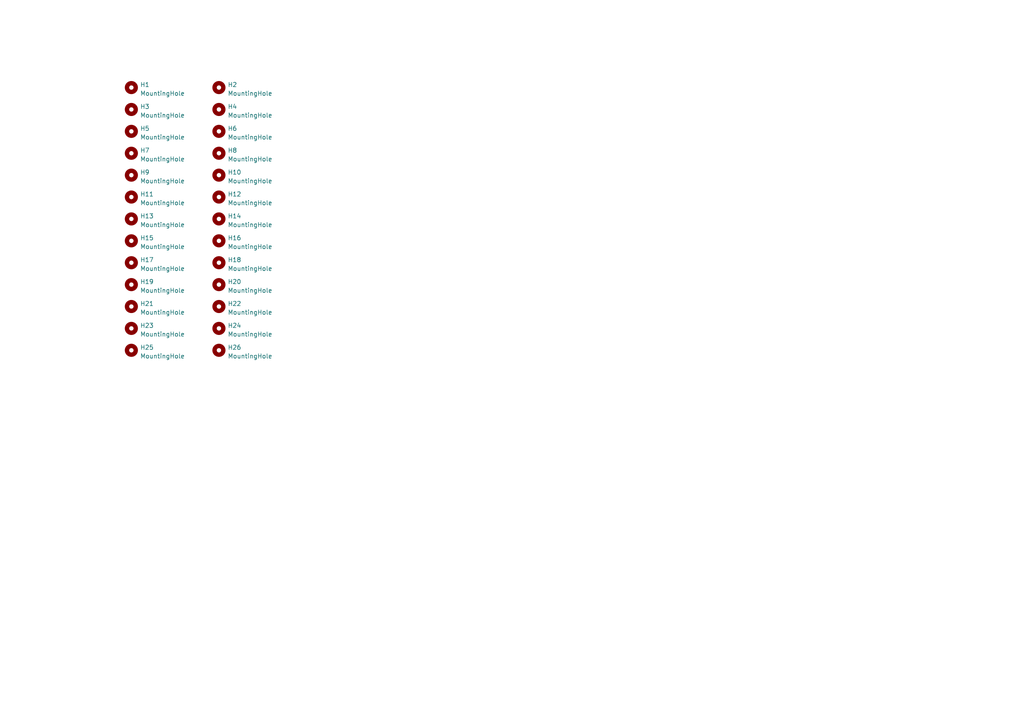
<source format=kicad_sch>
(kicad_sch (version 20230121) (generator eeschema)
  (paper "A4")
  (lib_symbols
    (symbol "Mechanical:MountingHole" (pin_names (offset 1.016))
      (property "Reference" "H" (at 0 5.08 0))
      (property "Value" "MountingHole" (at 0 3.175 0))
      (symbol "MountingHole_0_1"
        (circle (center 0 0) (radius 1.27) (stroke (width 1.27)))
      )
    )
  )
  (symbol (lib_id "Mechanical:MountingHole") (at 63.5 50.8 0) (unit 1)
    (property "Reference" "H10" (at 66.04 49.9653 0) (effects (justify left)))
    (property "Value" "MountingHole" (at 66.04 52.5022 0) (effects (justify left)))
    (property "Footprint" "cipulot_parts:HOLE_M2" (effects hide))
    (instances (project "the-nicholas-van" (path "" (reference "H10") (unit 1)) (path "" (reference "H10") (unit 1))) (project "travaulta" (path "" (reference "H13") (unit 1))) (project "EC60" (path "" (reference "H1") (unit 1))) (project "forti EC" (path "" (reference "H10") (unit 1))))
  )
  (symbol (lib_id "Mechanical:MountingHole") (at 38.1 101.6 0) (unit 1)
    (property "Reference" "H25" (at 40.64 100.7653 0) (effects (justify left)))
    (property "Value" "MountingHole" (at 40.64 103.3022 0) (effects (justify left)))
    (property "Footprint" "cipulot_parts:HOLE_M2" (effects hide))
    (instances (project "the-nicholas-van" (path "" (reference "H25") (unit 1)) (path "" (reference "H25") (unit 1))) (project "travaulta" (path "" (reference "H8") (unit 1))) (project "EC60" (path "" (reference "H1") (unit 1))) (project "forti EC" (path "" (reference "H25") (unit 1))))
  )
  (symbol (lib_id "Mechanical:MountingHole") (at 38.1 76.2 0) (unit 1)
    (property "Reference" "H17" (at 40.64 75.3653 0) (effects (justify left)))
    (property "Value" "MountingHole" (at 40.64 77.9022 0) (effects (justify left)))
    (property "Footprint" "cipulot_parts:HOLE_M2" (effects hide))
    (instances (project "the-nicholas-van" (path "" (reference "H17") (unit 1)) (path "" (reference "H17") (unit 1))) (project "travaulta" (path "" (reference "H17") (unit 1))) (project "EC60" (path "" (reference "H1") (unit 1))) (project "forti EC" (path "" (reference "H17") (unit 1))))
  )
  (symbol (lib_id "Mechanical:MountingHole") (at 38.1 88.9 0) (unit 1)
    (property "Reference" "H21" (at 40.64 88.0653 0) (effects (justify left)))
    (property "Value" "MountingHole" (at 40.64 90.6022 0) (effects (justify left)))
    (property "Footprint" "cipulot_parts:HOLE_M2" (effects hide))
    (instances (project "the-nicholas-van" (path "" (reference "H21") (unit 1)) (path "" (reference "H21") (unit 1))) (project "travaulta" (path "" (reference "H6") (unit 1))) (project "EC60" (path "" (reference "H1") (unit 1))) (project "forti EC" (path "" (reference "H21") (unit 1))))
  )
  (symbol (lib_id "Mechanical:MountingHole") (at 63.5 88.9 0) (unit 1)
    (property "Reference" "H22" (at 66.04 88.0653 0) (effects (justify left)))
    (property "Value" "MountingHole" (at 66.04 90.6022 0) (effects (justify left)))
    (property "Footprint" "cipulot_parts:HOLE_M2" (effects hide))
    (instances (project "the-nicholas-van" (path "" (reference "H22") (unit 1)) (path "" (reference "H22") (unit 1))) (project "travaulta" (path "" (reference "H14") (unit 1))) (project "EC60" (path "" (reference "H1") (unit 1))) (project "forti EC" (path "" (reference "H22") (unit 1))))
  )
  (symbol (lib_id "Mechanical:MountingHole") (at 63.5 101.6 0) (unit 1)
    (property "Reference" "H26" (at 66.04 100.7653 0) (effects (justify left)))
    (property "Value" "MountingHole" (at 66.04 103.3022 0) (effects (justify left)))
    (property "Footprint" "cipulot_parts:HOLE_M2" (effects hide))
    (instances (project "the-nicholas-van" (path "" (reference "H26") (unit 1)) (path "" (reference "H26") (unit 1))) (project "travaulta" (path "" (reference "H16") (unit 1))) (project "EC60" (path "" (reference "H1") (unit 1))) (project "forti EC" (path "" (reference "H26") (unit 1))))
  )
  (symbol (lib_id "Mechanical:MountingHole") (at 38.1 63.5 0) (unit 1)
    (property "Reference" "H13" (at 40.64 62.6653 0) (effects (justify left)))
    (property "Value" "MountingHole" (at 40.64 65.2022 0) (effects (justify left)))
    (property "Footprint" "cipulot_parts:HOLE_M2" (effects hide))
    (instances (project "the-nicholas-van" (path "" (reference "H13") (unit 1)) (path "" (reference "H13") (unit 1))) (project "travaulta" (path "" (reference "H7") (unit 1))) (project "EC60" (path "" (reference "H1") (unit 1))) (project "forti EC" (path "" (reference "H13") (unit 1))))
  )
  (symbol (lib_id "Mechanical:MountingHole") (at 38.1 82.55 0) (unit 1)
    (property "Reference" "H19" (at 40.64 81.7153 0) (effects (justify left)))
    (property "Value" "MountingHole" (at 40.64 84.2522 0) (effects (justify left)))
    (property "Footprint" "cipulot_parts:HOLE_M2" (effects hide))
    (instances (project "the-nicholas-van" (path "" (reference "H19") (unit 1)) (path "" (reference "H19") (unit 1))) (project "travaulta" (path "" (reference "H5") (unit 1))) (project "EC60" (path "" (reference "H1") (unit 1))) (project "forti EC" (path "" (reference "H19") (unit 1))))
  )
  (symbol (lib_id "Mechanical:MountingHole") (at 63.5 63.5 0) (unit 1)
    (property "Reference" "H14" (at 66.04 62.6653 0) (effects (justify left)))
    (property "Value" "MountingHole" (at 66.04 65.2022 0) (effects (justify left)))
    (property "Footprint" "cipulot_parts:HOLE_M2" (effects hide))
    (instances (project "the-nicholas-van" (path "" (reference "H14") (unit 1)) (path "" (reference "H14") (unit 1))) (project "travaulta" (path "" (reference "H15") (unit 1))) (project "EC60" (path "" (reference "H1") (unit 1))) (project "forti EC" (path "" (reference "H14") (unit 1))))
  )
  (symbol (lib_id "Mechanical:MountingHole") (at 38.1 50.8 0) (unit 1)
    (property "Reference" "H9" (at 40.64 49.9653 0) (effects (justify left)))
    (property "Value" "MountingHole" (at 40.64 52.5022 0) (effects (justify left)))
    (property "Footprint" "cipulot_parts:HOLE_M2" (effects hide))
    (instances (project "the-nicholas-van" (path "" (reference "H9") (unit 1)) (path "" (reference "H9") (unit 1))) (project "travaulta" (path "" (reference "H5") (unit 1))) (project "EC60" (path "" (reference "H1") (unit 1))) (project "forti EC" (path "" (reference "H9") (unit 1))))
  )
  (symbol (lib_id "Mechanical:MountingHole") (at 38.1 57.15 0) (unit 1)
    (property "Reference" "H11" (at 40.64 56.3153 0) (effects (justify left)))
    (property "Value" "MountingHole" (at 40.64 58.8522 0) (effects (justify left)))
    (property "Footprint" "cipulot_parts:HOLE_M2" (effects hide))
    (instances (project "the-nicholas-van" (path "" (reference "H11") (unit 1)) (path "" (reference "H11") (unit 1))) (project "travaulta" (path "" (reference "H6") (unit 1))) (project "EC60" (path "" (reference "H1") (unit 1))) (project "forti EC" (path "" (reference "H11") (unit 1))))
  )
  (symbol (lib_id "Mechanical:MountingHole") (at 63.5 82.55 0) (unit 1)
    (property "Reference" "H20" (at 66.04 81.7153 0) (effects (justify left)))
    (property "Value" "MountingHole" (at 66.04 84.2522 0) (effects (justify left)))
    (property "Footprint" "cipulot_parts:HOLE_M2" (effects hide))
    (instances (project "the-nicholas-van" (path "" (reference "H20") (unit 1)) (path "" (reference "H20") (unit 1))) (project "travaulta" (path "" (reference "H13") (unit 1))) (project "EC60" (path "" (reference "H1") (unit 1))) (project "forti EC" (path "" (reference "H20") (unit 1))))
  )
  (symbol (lib_id "Mechanical:MountingHole") (at 63.5 76.2 0) (unit 1)
    (property "Reference" "H18" (at 66.04 75.3653 0) (effects (justify left)))
    (property "Value" "MountingHole" (at 66.04 77.9022 0) (effects (justify left)))
    (property "Footprint" "cipulot_parts:HOLE_M2" (effects hide))
    (instances (project "the-nicholas-van" (path "" (reference "H18") (unit 1)) (path "" (reference "H18") (unit 1))) (project "travaulta" (path "" (reference "H17") (unit 1))) (project "EC60" (path "" (reference "H1") (unit 1))) (project "forti EC" (path "" (reference "H18") (unit 1))))
  )
  (symbol (lib_id "Mechanical:MountingHole") (at 38.1 69.85 0) (unit 1)
    (property "Reference" "H15" (at 40.64 69.0153 0) (effects (justify left)))
    (property "Value" "MountingHole" (at 40.64 71.5522 0) (effects (justify left)))
    (property "Footprint" "cipulot_parts:HOLE_M2" (effects hide))
    (instances (project "the-nicholas-van" (path "" (reference "H15") (unit 1)) (path "" (reference "H15") (unit 1))) (project "travaulta" (path "" (reference "H8") (unit 1))) (project "EC60" (path "" (reference "H1") (unit 1))) (project "forti EC" (path "" (reference "H15") (unit 1))))
  )
  (symbol (lib_id "Mechanical:MountingHole") (at 63.5 69.85 0) (unit 1)
    (property "Reference" "H16" (at 66.04 69.0153 0) (effects (justify left)))
    (property "Value" "MountingHole" (at 66.04 71.5522 0) (effects (justify left)))
    (property "Footprint" "cipulot_parts:HOLE_M2" (effects hide))
    (instances (project "the-nicholas-van" (path "" (reference "H16") (unit 1)) (path "" (reference "H16") (unit 1))) (project "travaulta" (path "" (reference "H16") (unit 1))) (project "EC60" (path "" (reference "H1") (unit 1))) (project "forti EC" (path "" (reference "H16") (unit 1))))
  )
  (symbol (lib_id "Mechanical:MountingHole") (at 63.5 25.4 0) (unit 1)
    (property "Reference" "H2" (at 66.04 24.5653 0) (effects (justify left)))
    (property "Value" "MountingHole" (at 66.04 27.1022 0) (effects (justify left)))
    (property "Footprint" "cipulot_parts:HOLE_M2" (effects hide))
    (instances (project "the-nicholas-van" (path "" (reference "H2") (unit 1)) (path "" (reference "H2") (unit 1))) (project "travaulta" (path "" (reference "H9") (unit 1))) (project "EC60" (path "" (reference "H1") (unit 1))) (project "forti EC" (path "" (reference "H2") (unit 1))))
  )
  (symbol (lib_id "Mechanical:MountingHole") (at 38.1 95.25 0) (unit 1)
    (property "Reference" "H23" (at 40.64 94.4153 0) (effects (justify left)))
    (property "Value" "MountingHole" (at 40.64 96.9522 0) (effects (justify left)))
    (property "Footprint" "cipulot_parts:HOLE_M2" (effects hide))
    (instances (project "the-nicholas-van" (path "" (reference "H23") (unit 1)) (path "" (reference "H23") (unit 1))) (project "travaulta" (path "" (reference "H7") (unit 1))) (project "EC60" (path "" (reference "H1") (unit 1))) (project "forti EC" (path "" (reference "H23") (unit 1))))
  )
  (symbol (lib_id "Mechanical:MountingHole") (at 63.5 95.25 0) (unit 1)
    (property "Reference" "H24" (at 66.04 94.4153 0) (effects (justify left)))
    (property "Value" "MountingHole" (at 66.04 96.9522 0) (effects (justify left)))
    (property "Footprint" "cipulot_parts:HOLE_M2" (effects hide))
    (instances (project "the-nicholas-van" (path "" (reference "H24") (unit 1)) (path "" (reference "H24") (unit 1))) (project "travaulta" (path "" (reference "H15") (unit 1))) (project "EC60" (path "" (reference "H1") (unit 1))) (project "forti EC" (path "" (reference "H24") (unit 1))))
  )
  (symbol (lib_id "Mechanical:MountingHole") (at 38.1 38.1 0) (unit 1)
    (property "Reference" "H5" (at 40.64 37.2653 0) (effects (justify left)))
    (property "Value" "MountingHole" (at 40.64 39.8022 0) (effects (justify left)))
    (property "Footprint" "cipulot_parts:HOLE_M2" (effects hide))
    (instances (project "the-nicholas-van" (path "" (reference "H5") (unit 1)) (path "" (reference "H5") (unit 1))) (project "travaulta" (path "" (reference "H3") (unit 1))) (project "EC60" (path "" (reference "H1") (unit 1))) (project "forti EC" (path "" (reference "H5") (unit 1))))
  )
  (symbol (lib_id "Mechanical:MountingHole") (at 38.1 44.45 0) (unit 1)
    (property "Reference" "H7" (at 40.64 43.6153 0) (effects (justify left)))
    (property "Value" "MountingHole" (at 40.64 46.1522 0) (effects (justify left)))
    (property "Footprint" "cipulot_parts:HOLE_M2" (effects hide))
    (instances (project "the-nicholas-van" (path "" (reference "H7") (unit 1)) (path "" (reference "H7") (unit 1))) (project "travaulta" (path "" (reference "H4") (unit 1))) (project "EC60" (path "" (reference "H1") (unit 1))) (project "forti EC" (path "" (reference "H7") (unit 1))))
  )
  (symbol (lib_id "Mechanical:MountingHole") (at 63.5 38.1 0) (unit 1)
    (property "Reference" "H6" (at 66.04 37.2653 0) (effects (justify left)))
    (property "Value" "MountingHole" (at 66.04 39.8022 0) (effects (justify left)))
    (property "Footprint" "cipulot_parts:HOLE_M2" (effects hide))
    (instances (project "the-nicholas-van" (path "" (reference "H6") (unit 1)) (path "" (reference "H6") (unit 1))) (project "travaulta" (path "" (reference "H11") (unit 1))) (project "EC60" (path "" (reference "H1") (unit 1))) (project "forti EC" (path "" (reference "H6") (unit 1))))
  )
  (symbol (lib_id "Mechanical:MountingHole") (at 38.1 25.4 0) (unit 1)
    (property "Reference" "H1" (at 40.64 24.5653 0) (effects (justify left)))
    (property "Value" "MountingHole" (at 40.64 27.1022 0) (effects (justify left)))
    (property "Footprint" "cipulot_parts:HOLE_M2" (effects hide))
  )
  (symbol (lib_id "Mechanical:MountingHole") (at 63.5 57.15 0) (unit 1)
    (property "Reference" "H12" (at 66.04 56.3153 0) (effects (justify left)))
    (property "Value" "MountingHole" (at 66.04 58.8522 0) (effects (justify left)))
    (property "Footprint" "cipulot_parts:HOLE_M2" (effects hide))
    (instances (project "the-nicholas-van" (path "" (reference "H12") (unit 1)) (path "" (reference "H12") (unit 1))) (project "travaulta" (path "" (reference "H14") (unit 1))) (project "EC60" (path "" (reference "H1") (unit 1))) (project "forti EC" (path "" (reference "H12") (unit 1))))
  )
  (symbol (lib_id "Mechanical:MountingHole") (at 38.1 31.75 0) (unit 1)
    (property "Reference" "H3" (at 40.64 30.9153 0) (effects (justify left)))
    (property "Value" "MountingHole" (at 40.64 33.4522 0) (effects (justify left)))
    (property "Footprint" "cipulot_parts:HOLE_M2" (effects hide))
    (instances (project "the-nicholas-van" (path "" (reference "H3") (unit 1)) (path "" (reference "H3") (unit 1))) (project "travaulta" (path "" (reference "H2") (unit 1))) (project "EC60" (path "" (reference "H1") (unit 1))) (project "forti EC" (path "" (reference "H3") (unit 1))))
  )
  (symbol (lib_id "Mechanical:MountingHole") (at 63.5 31.75 0) (unit 1)
    (property "Reference" "H4" (at 66.04 30.9153 0) (effects (justify left)))
    (property "Value" "MountingHole" (at 66.04 33.4522 0) (effects (justify left)))
    (property "Footprint" "cipulot_parts:HOLE_M2" (effects hide))
    (instances (project "the-nicholas-van" (path "" (reference "H4") (unit 1)) (path "" (reference "H4") (unit 1))) (project "travaulta" (path "" (reference "H10") (unit 1))) (project "EC60" (path "" (reference "H1") (unit 1))) (project "forti EC" (path "" (reference "H4") (unit 1))))
  )
  (symbol (lib_id "Mechanical:MountingHole") (at 63.5 44.45 0) (unit 1)
    (property "Reference" "H8" (at 66.04 43.6153 0) (effects (justify left)))
    (property "Value" "MountingHole" (at 66.04 46.1522 0) (effects (justify left)))
    (property "Footprint" "cipulot_parts:HOLE_M2" (effects hide))
    (instances (project "the-nicholas-van" (path "" (reference "H8") (unit 1)) (path "" (reference "H8") (unit 1))) (project "travaulta" (path "" (reference "H12") (unit 1))) (project "EC60" (path "" (reference "H1") (unit 1))) (project "forti EC" (path "" (reference "H8") (unit 1))))
  )
)
</source>
